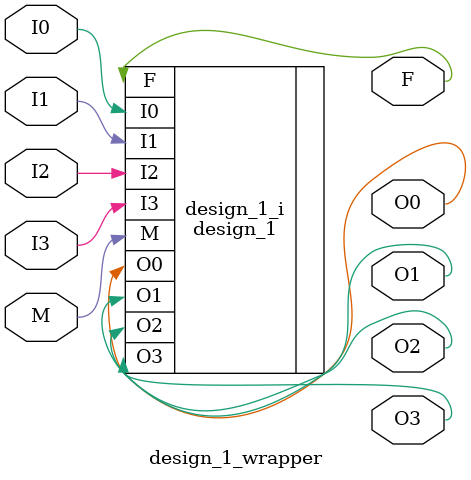
<source format=v>
`timescale 1 ps / 1 ps

module design_1_wrapper
   (F,
    I0,
    I1,
    I2,
    I3,
    M,
    O0,
    O1,
    O2,
    O3);
  output F;
  input I0;
  input I1;
  input I2;
  input I3;
  input M;
  output O0;
  output O1;
  output O2;
  output O3;

  wire F;
  wire I0;
  wire I1;
  wire I2;
  wire I3;
  wire M;
  wire O0;
  wire O1;
  wire O2;
  wire O3;

  design_1 design_1_i
       (.F(F),
        .I0(I0),
        .I1(I1),
        .I2(I2),
        .I3(I3),
        .M(M),
        .O0(O0),
        .O1(O1),
        .O2(O2),
        .O3(O3));
endmodule

</source>
